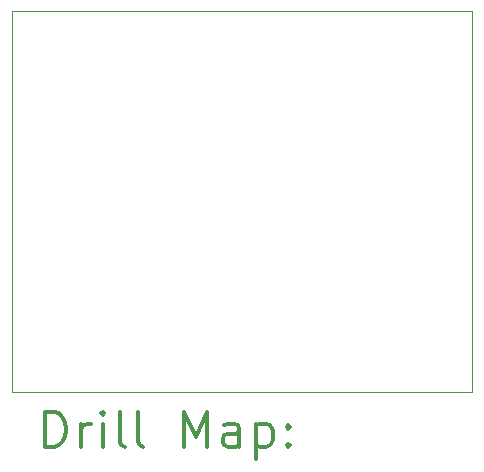
<source format=gbr>
%FSLAX45Y45*%
G04 Gerber Fmt 4.5, Leading zero omitted, Abs format (unit mm)*
G04 Created by KiCad (PCBNEW (5.1.0)-1) date 2021-03-04 19:56:53*
%MOMM*%
%LPD*%
G04 APERTURE LIST*
%ADD10C,0.050000*%
%ADD11C,0.200000*%
%ADD12C,0.300000*%
G04 APERTURE END LIST*
D10*
X10825480Y-11676380D02*
X10825480Y-8453120D01*
X14724380Y-11676380D02*
X10825480Y-11676380D01*
X14724380Y-8453120D02*
X14724380Y-11676380D01*
X10825480Y-8453120D02*
X14724380Y-8453120D01*
D11*
D12*
X11109408Y-12144594D02*
X11109408Y-11844594D01*
X11180837Y-11844594D01*
X11223694Y-11858880D01*
X11252266Y-11887451D01*
X11266551Y-11916023D01*
X11280837Y-11973166D01*
X11280837Y-12016023D01*
X11266551Y-12073166D01*
X11252266Y-12101737D01*
X11223694Y-12130309D01*
X11180837Y-12144594D01*
X11109408Y-12144594D01*
X11409408Y-12144594D02*
X11409408Y-11944594D01*
X11409408Y-12001737D02*
X11423694Y-11973166D01*
X11437980Y-11958880D01*
X11466551Y-11944594D01*
X11495123Y-11944594D01*
X11595123Y-12144594D02*
X11595123Y-11944594D01*
X11595123Y-11844594D02*
X11580837Y-11858880D01*
X11595123Y-11873166D01*
X11609408Y-11858880D01*
X11595123Y-11844594D01*
X11595123Y-11873166D01*
X11780837Y-12144594D02*
X11752266Y-12130309D01*
X11737980Y-12101737D01*
X11737980Y-11844594D01*
X11937980Y-12144594D02*
X11909408Y-12130309D01*
X11895123Y-12101737D01*
X11895123Y-11844594D01*
X12280837Y-12144594D02*
X12280837Y-11844594D01*
X12380837Y-12058880D01*
X12480837Y-11844594D01*
X12480837Y-12144594D01*
X12752266Y-12144594D02*
X12752266Y-11987451D01*
X12737980Y-11958880D01*
X12709408Y-11944594D01*
X12652266Y-11944594D01*
X12623694Y-11958880D01*
X12752266Y-12130309D02*
X12723694Y-12144594D01*
X12652266Y-12144594D01*
X12623694Y-12130309D01*
X12609408Y-12101737D01*
X12609408Y-12073166D01*
X12623694Y-12044594D01*
X12652266Y-12030309D01*
X12723694Y-12030309D01*
X12752266Y-12016023D01*
X12895123Y-11944594D02*
X12895123Y-12244594D01*
X12895123Y-11958880D02*
X12923694Y-11944594D01*
X12980837Y-11944594D01*
X13009408Y-11958880D01*
X13023694Y-11973166D01*
X13037980Y-12001737D01*
X13037980Y-12087451D01*
X13023694Y-12116023D01*
X13009408Y-12130309D01*
X12980837Y-12144594D01*
X12923694Y-12144594D01*
X12895123Y-12130309D01*
X13166551Y-12116023D02*
X13180837Y-12130309D01*
X13166551Y-12144594D01*
X13152266Y-12130309D01*
X13166551Y-12116023D01*
X13166551Y-12144594D01*
X13166551Y-11958880D02*
X13180837Y-11973166D01*
X13166551Y-11987451D01*
X13152266Y-11973166D01*
X13166551Y-11958880D01*
X13166551Y-11987451D01*
M02*

</source>
